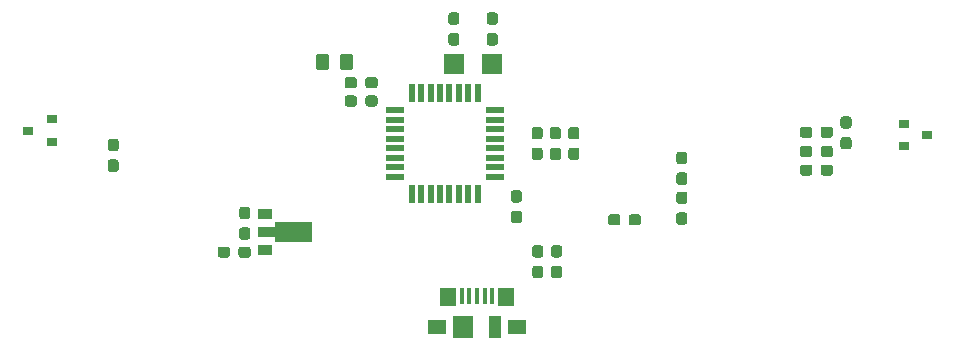
<source format=gtp>
G04 #@! TF.GenerationSoftware,KiCad,Pcbnew,5.99.0-unknown-c7daca1~86~ubuntu18.04.1*
G04 #@! TF.CreationDate,2020-03-26T16:36:09-03:00*
G04 #@! TF.ProjectId,DPL,44504c2e-6b69-4636-9164-5f7063625858,rev?*
G04 #@! TF.SameCoordinates,Original*
G04 #@! TF.FileFunction,Paste,Top*
G04 #@! TF.FilePolarity,Positive*
%FSLAX46Y46*%
G04 Gerber Fmt 4.6, Leading zero omitted, Abs format (unit mm)*
G04 Created by KiCad (PCBNEW 5.99.0-unknown-c7daca1~86~ubuntu18.04.1) date 2020-03-26 16:36:09*
%MOMM*%
%LPD*%
G01*
G04 APERTURE LIST*
%ADD10R,1.000000X1.900000*%
%ADD11R,1.800000X1.900000*%
%ADD12R,1.650000X1.300000*%
%ADD13R,1.425000X1.550000*%
%ADD14R,0.450000X1.380000*%
%ADD15R,1.750000X1.800000*%
%ADD16R,1.300000X0.900000*%
%ADD17R,1.600000X0.550000*%
%ADD18R,0.550000X1.600000*%
%ADD19R,0.900000X0.800000*%
G04 APERTURE END LIST*
G36*
G01*
X131100000Y-123112500D02*
X131100000Y-123587500D01*
G75*
G02*
X130862500Y-123825000I-237500J0D01*
G01*
X130287500Y-123825000D01*
G75*
G02*
X130050000Y-123587500I0J237500D01*
G01*
X130050000Y-123112500D01*
G75*
G02*
X130287500Y-122875000I237500J0D01*
G01*
X130862500Y-122875000D01*
G75*
G02*
X131100000Y-123112500I0J-237500D01*
G01*
G37*
G36*
G01*
X132850000Y-123112500D02*
X132850000Y-123587500D01*
G75*
G02*
X132612500Y-123825000I-237500J0D01*
G01*
X132037500Y-123825000D01*
G75*
G02*
X131800000Y-123587500I0J237500D01*
G01*
X131800000Y-123112500D01*
G75*
G02*
X132037500Y-122875000I237500J0D01*
G01*
X132612500Y-122875000D01*
G75*
G02*
X132850000Y-123112500I0J-237500D01*
G01*
G37*
D10*
X142800000Y-142525000D03*
D11*
X140100000Y-142525000D03*
D12*
X144625000Y-142525000D03*
X137875000Y-142525000D03*
D13*
X143737500Y-139950000D03*
X138762500Y-139950000D03*
D14*
X142550000Y-139865000D03*
X141900000Y-139865000D03*
X141250000Y-139865000D03*
X140600000Y-139865000D03*
X139950000Y-139865000D03*
D15*
X139300000Y-120200000D03*
X142550000Y-120200000D03*
G36*
X127300000Y-135316500D02*
G01*
X124175000Y-135316500D01*
X124175000Y-134900000D01*
X122700000Y-134900000D01*
X122700000Y-134000000D01*
X124175000Y-134000000D01*
X124175000Y-133583500D01*
X127300000Y-133583500D01*
X127300000Y-135316500D01*
G37*
D16*
X123350000Y-135950000D03*
X123350000Y-132950000D03*
D17*
X142775000Y-124150000D03*
X142775000Y-124950000D03*
X142775000Y-125750000D03*
X142775000Y-126550000D03*
X142775000Y-127350000D03*
X142775000Y-128150000D03*
X142775000Y-128950000D03*
X142775000Y-129750000D03*
D18*
X141325000Y-131200000D03*
X140525000Y-131200000D03*
X139725000Y-131200000D03*
X138925000Y-131200000D03*
X138125000Y-131200000D03*
X137325000Y-131200000D03*
X136525000Y-131200000D03*
X135725000Y-131200000D03*
D17*
X134275000Y-129750000D03*
X134275000Y-128950000D03*
X134275000Y-128150000D03*
X134275000Y-127350000D03*
X134275000Y-126550000D03*
X134275000Y-125750000D03*
X134275000Y-124950000D03*
X134275000Y-124150000D03*
D18*
X135725000Y-122700000D03*
X136525000Y-122700000D03*
X137325000Y-122700000D03*
X138125000Y-122700000D03*
X138925000Y-122700000D03*
X139725000Y-122700000D03*
X140525000Y-122700000D03*
X141325000Y-122700000D03*
G36*
G01*
X170350000Y-126237500D02*
X170350000Y-125762500D01*
G75*
G02*
X170587500Y-125525000I237500J0D01*
G01*
X171162500Y-125525000D01*
G75*
G02*
X171400000Y-125762500I0J-237500D01*
G01*
X171400000Y-126237500D01*
G75*
G02*
X171162500Y-126475000I-237500J0D01*
G01*
X170587500Y-126475000D01*
G75*
G02*
X170350000Y-126237500I0J237500D01*
G01*
G37*
G36*
G01*
X168600000Y-126237500D02*
X168600000Y-125762500D01*
G75*
G02*
X168837500Y-125525000I237500J0D01*
G01*
X169412500Y-125525000D01*
G75*
G02*
X169650000Y-125762500I0J-237500D01*
G01*
X169650000Y-126237500D01*
G75*
G02*
X169412500Y-126475000I-237500J0D01*
G01*
X168837500Y-126475000D01*
G75*
G02*
X168600000Y-126237500I0J237500D01*
G01*
G37*
G36*
G01*
X170350000Y-127862500D02*
X170350000Y-127387500D01*
G75*
G02*
X170587500Y-127150000I237500J0D01*
G01*
X171162500Y-127150000D01*
G75*
G02*
X171400000Y-127387500I0J-237500D01*
G01*
X171400000Y-127862500D01*
G75*
G02*
X171162500Y-128100000I-237500J0D01*
G01*
X170587500Y-128100000D01*
G75*
G02*
X170350000Y-127862500I0J237500D01*
G01*
G37*
G36*
G01*
X168600000Y-127862500D02*
X168600000Y-127387500D01*
G75*
G02*
X168837500Y-127150000I237500J0D01*
G01*
X169412500Y-127150000D01*
G75*
G02*
X169650000Y-127387500I0J-237500D01*
G01*
X169650000Y-127862500D01*
G75*
G02*
X169412500Y-128100000I-237500J0D01*
G01*
X168837500Y-128100000D01*
G75*
G02*
X168600000Y-127862500I0J237500D01*
G01*
G37*
G36*
G01*
X170350000Y-129437500D02*
X170350000Y-128962500D01*
G75*
G02*
X170587500Y-128725000I237500J0D01*
G01*
X171162500Y-128725000D01*
G75*
G02*
X171400000Y-128962500I0J-237500D01*
G01*
X171400000Y-129437500D01*
G75*
G02*
X171162500Y-129675000I-237500J0D01*
G01*
X170587500Y-129675000D01*
G75*
G02*
X170350000Y-129437500I0J237500D01*
G01*
G37*
G36*
G01*
X168600000Y-129437500D02*
X168600000Y-128962500D01*
G75*
G02*
X168837500Y-128725000I237500J0D01*
G01*
X169412500Y-128725000D01*
G75*
G02*
X169650000Y-128962500I0J-237500D01*
G01*
X169650000Y-129437500D01*
G75*
G02*
X169412500Y-129675000I-237500J0D01*
G01*
X168837500Y-129675000D01*
G75*
G02*
X168600000Y-129437500I0J237500D01*
G01*
G37*
G36*
G01*
X110212500Y-128300000D02*
X110687500Y-128300000D01*
G75*
G02*
X110925000Y-128537500I0J-237500D01*
G01*
X110925000Y-129112500D01*
G75*
G02*
X110687500Y-129350000I-237500J0D01*
G01*
X110212500Y-129350000D01*
G75*
G02*
X109975000Y-129112500I0J237500D01*
G01*
X109975000Y-128537500D01*
G75*
G02*
X110212500Y-128300000I237500J0D01*
G01*
G37*
G36*
G01*
X110212500Y-126550000D02*
X110687500Y-126550000D01*
G75*
G02*
X110925000Y-126787500I0J-237500D01*
G01*
X110925000Y-127362500D01*
G75*
G02*
X110687500Y-127600000I-237500J0D01*
G01*
X110212500Y-127600000D01*
G75*
G02*
X109975000Y-127362500I0J237500D01*
G01*
X109975000Y-126787500D01*
G75*
G02*
X110212500Y-126550000I237500J0D01*
G01*
G37*
G36*
G01*
X172262500Y-126400000D02*
X172737500Y-126400000D01*
G75*
G02*
X172975000Y-126637500I0J-237500D01*
G01*
X172975000Y-127212500D01*
G75*
G02*
X172737500Y-127450000I-237500J0D01*
G01*
X172262500Y-127450000D01*
G75*
G02*
X172025000Y-127212500I0J237500D01*
G01*
X172025000Y-126637500D01*
G75*
G02*
X172262500Y-126400000I237500J0D01*
G01*
G37*
G36*
G01*
X172262500Y-124650000D02*
X172737500Y-124650000D01*
G75*
G02*
X172975000Y-124887500I0J-237500D01*
G01*
X172975000Y-125462500D01*
G75*
G02*
X172737500Y-125700000I-237500J0D01*
G01*
X172262500Y-125700000D01*
G75*
G02*
X172025000Y-125462500I0J237500D01*
G01*
X172025000Y-124887500D01*
G75*
G02*
X172262500Y-124650000I237500J0D01*
G01*
G37*
G36*
G01*
X144362500Y-132650000D02*
X144837500Y-132650000D01*
G75*
G02*
X145075000Y-132887500I0J-237500D01*
G01*
X145075000Y-133462500D01*
G75*
G02*
X144837500Y-133700000I-237500J0D01*
G01*
X144362500Y-133700000D01*
G75*
G02*
X144125000Y-133462500I0J237500D01*
G01*
X144125000Y-132887500D01*
G75*
G02*
X144362500Y-132650000I237500J0D01*
G01*
G37*
G36*
G01*
X144362500Y-130900000D02*
X144837500Y-130900000D01*
G75*
G02*
X145075000Y-131137500I0J-237500D01*
G01*
X145075000Y-131712500D01*
G75*
G02*
X144837500Y-131950000I-237500J0D01*
G01*
X144362500Y-131950000D01*
G75*
G02*
X144125000Y-131712500I0J237500D01*
G01*
X144125000Y-131137500D01*
G75*
G02*
X144362500Y-130900000I237500J0D01*
G01*
G37*
G36*
G01*
X148237500Y-136600000D02*
X147762500Y-136600000D01*
G75*
G02*
X147525000Y-136362500I0J237500D01*
G01*
X147525000Y-135787500D01*
G75*
G02*
X147762500Y-135550000I237500J0D01*
G01*
X148237500Y-135550000D01*
G75*
G02*
X148475000Y-135787500I0J-237500D01*
G01*
X148475000Y-136362500D01*
G75*
G02*
X148237500Y-136600000I-237500J0D01*
G01*
G37*
G36*
G01*
X148237500Y-138350000D02*
X147762500Y-138350000D01*
G75*
G02*
X147525000Y-138112500I0J237500D01*
G01*
X147525000Y-137537500D01*
G75*
G02*
X147762500Y-137300000I237500J0D01*
G01*
X148237500Y-137300000D01*
G75*
G02*
X148475000Y-137537500I0J-237500D01*
G01*
X148475000Y-138112500D01*
G75*
G02*
X148237500Y-138350000I-237500J0D01*
G01*
G37*
G36*
G01*
X158362500Y-129400000D02*
X158837500Y-129400000D01*
G75*
G02*
X159075000Y-129637500I0J-237500D01*
G01*
X159075000Y-130212500D01*
G75*
G02*
X158837500Y-130450000I-237500J0D01*
G01*
X158362500Y-130450000D01*
G75*
G02*
X158125000Y-130212500I0J237500D01*
G01*
X158125000Y-129637500D01*
G75*
G02*
X158362500Y-129400000I237500J0D01*
G01*
G37*
G36*
G01*
X158362500Y-127650000D02*
X158837500Y-127650000D01*
G75*
G02*
X159075000Y-127887500I0J-237500D01*
G01*
X159075000Y-128462500D01*
G75*
G02*
X158837500Y-128700000I-237500J0D01*
G01*
X158362500Y-128700000D01*
G75*
G02*
X158125000Y-128462500I0J237500D01*
G01*
X158125000Y-127887500D01*
G75*
G02*
X158362500Y-127650000I237500J0D01*
G01*
G37*
G36*
G01*
X154100000Y-133637500D02*
X154100000Y-133162500D01*
G75*
G02*
X154337500Y-132925000I237500J0D01*
G01*
X154912500Y-132925000D01*
G75*
G02*
X155150000Y-133162500I0J-237500D01*
G01*
X155150000Y-133637500D01*
G75*
G02*
X154912500Y-133875000I-237500J0D01*
G01*
X154337500Y-133875000D01*
G75*
G02*
X154100000Y-133637500I0J237500D01*
G01*
G37*
G36*
G01*
X152350000Y-133637500D02*
X152350000Y-133162500D01*
G75*
G02*
X152587500Y-132925000I237500J0D01*
G01*
X153162500Y-132925000D01*
G75*
G02*
X153400000Y-133162500I0J-237500D01*
G01*
X153400000Y-133637500D01*
G75*
G02*
X153162500Y-133875000I-237500J0D01*
G01*
X152587500Y-133875000D01*
G75*
G02*
X152350000Y-133637500I0J237500D01*
G01*
G37*
D19*
X103250000Y-125850000D03*
X105250000Y-124900000D03*
X105250000Y-126800000D03*
X179400000Y-126250000D03*
X177400000Y-127200000D03*
X177400000Y-125300000D03*
G36*
G01*
X128750000Y-119599999D02*
X128750000Y-120500001D01*
G75*
G02*
X128500001Y-120750000I-249999J0D01*
G01*
X127849999Y-120750000D01*
G75*
G02*
X127600000Y-120500001I0J249999D01*
G01*
X127600000Y-119599999D01*
G75*
G02*
X127849999Y-119350000I249999J0D01*
G01*
X128500001Y-119350000D01*
G75*
G02*
X128750000Y-119599999I0J-249999D01*
G01*
G37*
G36*
G01*
X130800000Y-119599999D02*
X130800000Y-120500001D01*
G75*
G02*
X130550001Y-120750000I-249999J0D01*
G01*
X129899999Y-120750000D01*
G75*
G02*
X129650000Y-120500001I0J249999D01*
G01*
X129650000Y-119599999D01*
G75*
G02*
X129899999Y-119350000I249999J0D01*
G01*
X130550001Y-119350000D01*
G75*
G02*
X130800000Y-119599999I0J-249999D01*
G01*
G37*
G36*
G01*
X120350000Y-135912500D02*
X120350000Y-136387500D01*
G75*
G02*
X120112500Y-136625000I-237500J0D01*
G01*
X119537500Y-136625000D01*
G75*
G02*
X119300000Y-136387500I0J237500D01*
G01*
X119300000Y-135912500D01*
G75*
G02*
X119537500Y-135675000I237500J0D01*
G01*
X120112500Y-135675000D01*
G75*
G02*
X120350000Y-135912500I0J-237500D01*
G01*
G37*
G36*
G01*
X122100000Y-135912500D02*
X122100000Y-136387500D01*
G75*
G02*
X121862500Y-136625000I-237500J0D01*
G01*
X121287500Y-136625000D01*
G75*
G02*
X121050000Y-136387500I0J237500D01*
G01*
X121050000Y-135912500D01*
G75*
G02*
X121287500Y-135675000I237500J0D01*
G01*
X121862500Y-135675000D01*
G75*
G02*
X122100000Y-135912500I0J-237500D01*
G01*
G37*
G36*
G01*
X121837500Y-133350000D02*
X121362500Y-133350000D01*
G75*
G02*
X121125000Y-133112500I0J237500D01*
G01*
X121125000Y-132537500D01*
G75*
G02*
X121362500Y-132300000I237500J0D01*
G01*
X121837500Y-132300000D01*
G75*
G02*
X122075000Y-132537500I0J-237500D01*
G01*
X122075000Y-133112500D01*
G75*
G02*
X121837500Y-133350000I-237500J0D01*
G01*
G37*
G36*
G01*
X121837500Y-135100000D02*
X121362500Y-135100000D01*
G75*
G02*
X121125000Y-134862500I0J237500D01*
G01*
X121125000Y-134287500D01*
G75*
G02*
X121362500Y-134050000I237500J0D01*
G01*
X121837500Y-134050000D01*
G75*
G02*
X122075000Y-134287500I0J-237500D01*
G01*
X122075000Y-134862500D01*
G75*
G02*
X121837500Y-135100000I-237500J0D01*
G01*
G37*
G36*
G01*
X139537500Y-116900000D02*
X139062500Y-116900000D01*
G75*
G02*
X138825000Y-116662500I0J237500D01*
G01*
X138825000Y-116087500D01*
G75*
G02*
X139062500Y-115850000I237500J0D01*
G01*
X139537500Y-115850000D01*
G75*
G02*
X139775000Y-116087500I0J-237500D01*
G01*
X139775000Y-116662500D01*
G75*
G02*
X139537500Y-116900000I-237500J0D01*
G01*
G37*
G36*
G01*
X139537500Y-118650000D02*
X139062500Y-118650000D01*
G75*
G02*
X138825000Y-118412500I0J237500D01*
G01*
X138825000Y-117837500D01*
G75*
G02*
X139062500Y-117600000I237500J0D01*
G01*
X139537500Y-117600000D01*
G75*
G02*
X139775000Y-117837500I0J-237500D01*
G01*
X139775000Y-118412500D01*
G75*
G02*
X139537500Y-118650000I-237500J0D01*
G01*
G37*
G36*
G01*
X142787500Y-116900000D02*
X142312500Y-116900000D01*
G75*
G02*
X142075000Y-116662500I0J237500D01*
G01*
X142075000Y-116087500D01*
G75*
G02*
X142312500Y-115850000I237500J0D01*
G01*
X142787500Y-115850000D01*
G75*
G02*
X143025000Y-116087500I0J-237500D01*
G01*
X143025000Y-116662500D01*
G75*
G02*
X142787500Y-116900000I-237500J0D01*
G01*
G37*
G36*
G01*
X142787500Y-118650000D02*
X142312500Y-118650000D01*
G75*
G02*
X142075000Y-118412500I0J237500D01*
G01*
X142075000Y-117837500D01*
G75*
G02*
X142312500Y-117600000I237500J0D01*
G01*
X142787500Y-117600000D01*
G75*
G02*
X143025000Y-117837500I0J-237500D01*
G01*
X143025000Y-118412500D01*
G75*
G02*
X142787500Y-118650000I-237500J0D01*
G01*
G37*
G36*
G01*
X147662500Y-127300000D02*
X148137500Y-127300000D01*
G75*
G02*
X148375000Y-127537500I0J-237500D01*
G01*
X148375000Y-128112500D01*
G75*
G02*
X148137500Y-128350000I-237500J0D01*
G01*
X147662500Y-128350000D01*
G75*
G02*
X147425000Y-128112500I0J237500D01*
G01*
X147425000Y-127537500D01*
G75*
G02*
X147662500Y-127300000I237500J0D01*
G01*
G37*
G36*
G01*
X147662500Y-125550000D02*
X148137500Y-125550000D01*
G75*
G02*
X148375000Y-125787500I0J-237500D01*
G01*
X148375000Y-126362500D01*
G75*
G02*
X148137500Y-126600000I-237500J0D01*
G01*
X147662500Y-126600000D01*
G75*
G02*
X147425000Y-126362500I0J237500D01*
G01*
X147425000Y-125787500D01*
G75*
G02*
X147662500Y-125550000I237500J0D01*
G01*
G37*
G36*
G01*
X149212500Y-127300000D02*
X149687500Y-127300000D01*
G75*
G02*
X149925000Y-127537500I0J-237500D01*
G01*
X149925000Y-128112500D01*
G75*
G02*
X149687500Y-128350000I-237500J0D01*
G01*
X149212500Y-128350000D01*
G75*
G02*
X148975000Y-128112500I0J237500D01*
G01*
X148975000Y-127537500D01*
G75*
G02*
X149212500Y-127300000I237500J0D01*
G01*
G37*
G36*
G01*
X149212500Y-125550000D02*
X149687500Y-125550000D01*
G75*
G02*
X149925000Y-125787500I0J-237500D01*
G01*
X149925000Y-126362500D01*
G75*
G02*
X149687500Y-126600000I-237500J0D01*
G01*
X149212500Y-126600000D01*
G75*
G02*
X148975000Y-126362500I0J237500D01*
G01*
X148975000Y-125787500D01*
G75*
G02*
X149212500Y-125550000I237500J0D01*
G01*
G37*
G36*
G01*
X131100000Y-121562500D02*
X131100000Y-122037500D01*
G75*
G02*
X130862500Y-122275000I-237500J0D01*
G01*
X130287500Y-122275000D01*
G75*
G02*
X130050000Y-122037500I0J237500D01*
G01*
X130050000Y-121562500D01*
G75*
G02*
X130287500Y-121325000I237500J0D01*
G01*
X130862500Y-121325000D01*
G75*
G02*
X131100000Y-121562500I0J-237500D01*
G01*
G37*
G36*
G01*
X132850000Y-121562500D02*
X132850000Y-122037500D01*
G75*
G02*
X132612500Y-122275000I-237500J0D01*
G01*
X132037500Y-122275000D01*
G75*
G02*
X131800000Y-122037500I0J237500D01*
G01*
X131800000Y-121562500D01*
G75*
G02*
X132037500Y-121325000I237500J0D01*
G01*
X132612500Y-121325000D01*
G75*
G02*
X132850000Y-121562500I0J-237500D01*
G01*
G37*
G36*
G01*
X158362500Y-132775000D02*
X158837500Y-132775000D01*
G75*
G02*
X159075000Y-133012500I0J-237500D01*
G01*
X159075000Y-133587500D01*
G75*
G02*
X158837500Y-133825000I-237500J0D01*
G01*
X158362500Y-133825000D01*
G75*
G02*
X158125000Y-133587500I0J237500D01*
G01*
X158125000Y-133012500D01*
G75*
G02*
X158362500Y-132775000I237500J0D01*
G01*
G37*
G36*
G01*
X158362500Y-131025000D02*
X158837500Y-131025000D01*
G75*
G02*
X159075000Y-131262500I0J-237500D01*
G01*
X159075000Y-131837500D01*
G75*
G02*
X158837500Y-132075000I-237500J0D01*
G01*
X158362500Y-132075000D01*
G75*
G02*
X158125000Y-131837500I0J237500D01*
G01*
X158125000Y-131262500D01*
G75*
G02*
X158362500Y-131025000I237500J0D01*
G01*
G37*
G36*
G01*
X146637500Y-136600000D02*
X146162500Y-136600000D01*
G75*
G02*
X145925000Y-136362500I0J237500D01*
G01*
X145925000Y-135787500D01*
G75*
G02*
X146162500Y-135550000I237500J0D01*
G01*
X146637500Y-135550000D01*
G75*
G02*
X146875000Y-135787500I0J-237500D01*
G01*
X146875000Y-136362500D01*
G75*
G02*
X146637500Y-136600000I-237500J0D01*
G01*
G37*
G36*
G01*
X146637500Y-138350000D02*
X146162500Y-138350000D01*
G75*
G02*
X145925000Y-138112500I0J237500D01*
G01*
X145925000Y-137537500D01*
G75*
G02*
X146162500Y-137300000I237500J0D01*
G01*
X146637500Y-137300000D01*
G75*
G02*
X146875000Y-137537500I0J-237500D01*
G01*
X146875000Y-138112500D01*
G75*
G02*
X146637500Y-138350000I-237500J0D01*
G01*
G37*
G36*
G01*
X146112500Y-127300000D02*
X146587500Y-127300000D01*
G75*
G02*
X146825000Y-127537500I0J-237500D01*
G01*
X146825000Y-128112500D01*
G75*
G02*
X146587500Y-128350000I-237500J0D01*
G01*
X146112500Y-128350000D01*
G75*
G02*
X145875000Y-128112500I0J237500D01*
G01*
X145875000Y-127537500D01*
G75*
G02*
X146112500Y-127300000I237500J0D01*
G01*
G37*
G36*
G01*
X146112500Y-125550000D02*
X146587500Y-125550000D01*
G75*
G02*
X146825000Y-125787500I0J-237500D01*
G01*
X146825000Y-126362500D01*
G75*
G02*
X146587500Y-126600000I-237500J0D01*
G01*
X146112500Y-126600000D01*
G75*
G02*
X145875000Y-126362500I0J237500D01*
G01*
X145875000Y-125787500D01*
G75*
G02*
X146112500Y-125550000I237500J0D01*
G01*
G37*
M02*

</source>
